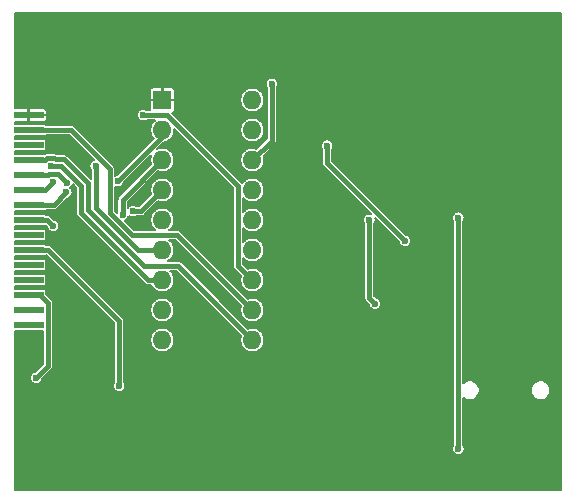
<source format=gbr>
G04 #@! TF.GenerationSoftware,KiCad,Pcbnew,(5.1.5)-3*
G04 #@! TF.CreationDate,2020-01-25T15:57:13+03:00*
G04 #@! TF.ProjectId,CASIO VX4 YM2413 Soundcard v1.1,43415349-4f20-4565-9834-20594d323431,rev?*
G04 #@! TF.SameCoordinates,Original*
G04 #@! TF.FileFunction,Copper,L2,Bot*
G04 #@! TF.FilePolarity,Positive*
%FSLAX46Y46*%
G04 Gerber Fmt 4.6, Leading zero omitted, Abs format (unit mm)*
G04 Created by KiCad (PCBNEW (5.1.5)-3) date 2020-01-25 15:57:13*
%MOMM*%
%LPD*%
G04 APERTURE LIST*
%ADD10R,2.540000X0.600000*%
%ADD11O,1.600000X1.600000*%
%ADD12R,1.600000X1.600000*%
%ADD13C,0.600000*%
%ADD14C,0.400000*%
%ADD15C,0.150000*%
G04 APERTURE END LIST*
D10*
X113665000Y-97790000D03*
X113665000Y-99060000D03*
X113665000Y-100330000D03*
X113665000Y-101600000D03*
X113665000Y-102870000D03*
X113665000Y-104140000D03*
X113665000Y-105410000D03*
X113665000Y-106680000D03*
X113665000Y-107950000D03*
X113665000Y-109220000D03*
X113665000Y-110490000D03*
X113665000Y-111760000D03*
X113665000Y-113030000D03*
X113665000Y-114300000D03*
X113665000Y-115570000D03*
D11*
X132588000Y-96520000D03*
X124968000Y-116840000D03*
X132588000Y-99060000D03*
X124968000Y-114300000D03*
X132588000Y-101600000D03*
X124968000Y-111760000D03*
X132588000Y-104140000D03*
X124968000Y-109220000D03*
X132588000Y-106680000D03*
X124968000Y-106680000D03*
X132588000Y-109220000D03*
X124968000Y-104140000D03*
X132588000Y-111760000D03*
X124968000Y-101600000D03*
X132588000Y-114300000D03*
X124968000Y-99060000D03*
X132588000Y-116840000D03*
D12*
X124968000Y-96520000D03*
D13*
X122148600Y-101498400D03*
X140487400Y-108686600D03*
X116509800Y-100304600D03*
X122072400Y-103530400D03*
X142969800Y-113749800D03*
X142501200Y-106663000D03*
X150042200Y-126056000D03*
X150042200Y-106467300D03*
X134241800Y-95150500D03*
X115736500Y-107163000D03*
X121606600Y-106245000D03*
X115520900Y-102091600D03*
X116867200Y-103520100D03*
X122479000Y-105915200D03*
X119332200Y-102075400D03*
X115735300Y-103480300D03*
X123341900Y-97790000D03*
X116861700Y-104339400D03*
X121208600Y-103394400D03*
X138926600Y-100371800D03*
X145515400Y-108446500D03*
X121315000Y-120719200D03*
X114300000Y-120040400D03*
D14*
X142501200Y-106663000D02*
X142501200Y-113281200D01*
X142501200Y-113281200D02*
X142969800Y-113749800D01*
X150042200Y-106467300D02*
X150042200Y-126056000D01*
X134241800Y-99946200D02*
X132588000Y-101600000D01*
X134241800Y-95150500D02*
X134241800Y-99946200D01*
X121606600Y-104961400D02*
X124968000Y-101600000D01*
X121606600Y-106245000D02*
X121606600Y-104961400D01*
X115253500Y-106680000D02*
X115736500Y-107163000D01*
X113665000Y-106680000D02*
X115253500Y-106680000D01*
X124968000Y-111760000D02*
X123768000Y-111760000D01*
X123768000Y-111760000D02*
X118096000Y-106088000D01*
X118096000Y-106088000D02*
X118096000Y-103776500D01*
X118096000Y-103776500D02*
X116411100Y-102091600D01*
X116411100Y-102091600D02*
X115520900Y-102091600D01*
X115335000Y-102870000D02*
X115420000Y-102785000D01*
X115420000Y-102785000D02*
X116132100Y-102785000D01*
X116132100Y-102785000D02*
X116867200Y-103520100D01*
X113665000Y-102870000D02*
X115335000Y-102870000D01*
X124968000Y-104140000D02*
X123192800Y-105915200D01*
X123192800Y-105915200D02*
X122479000Y-105915200D01*
X119332200Y-102075400D02*
X119332200Y-105675800D01*
X119332200Y-105675800D02*
X122876400Y-109220000D01*
X122876400Y-109220000D02*
X123768000Y-109220000D01*
X124968000Y-109220000D02*
X123768000Y-109220000D01*
X115075600Y-104140000D02*
X113665000Y-104140000D01*
X115735300Y-103480300D02*
X115075600Y-104140000D01*
X131388000Y-103799700D02*
X131388000Y-110560000D01*
X125378100Y-97789800D02*
X131388000Y-103799700D01*
X123341900Y-97790000D02*
X125377900Y-97790000D01*
X131388000Y-110560000D02*
X132588000Y-111760000D01*
X125377900Y-97790000D02*
X125378100Y-97789800D01*
X126238000Y-107950000D02*
X132588000Y-114300000D01*
X113665000Y-99060000D02*
X117248400Y-99060000D01*
X117248400Y-99060000D02*
X120513300Y-102324900D01*
X120513300Y-102324900D02*
X120513300Y-106078700D01*
X120513300Y-106078700D02*
X122384600Y-107950000D01*
X122384600Y-107950000D02*
X126238000Y-107950000D01*
X116861700Y-104339400D02*
X115791100Y-105410000D01*
X115791100Y-105410000D02*
X113665000Y-105410000D01*
X124968000Y-99635000D02*
X124968000Y-99060000D01*
X121208600Y-103394400D02*
X124968000Y-99635000D01*
X123408900Y-110550300D02*
X126298300Y-110550300D01*
X126298300Y-110550300D02*
X132588000Y-116840000D01*
X118646010Y-103548679D02*
X118646010Y-105787410D01*
X116638921Y-101541590D02*
X118646010Y-103548679D01*
X118646010Y-105787410D02*
X123408900Y-110550300D01*
X115050498Y-101600000D02*
X115208899Y-101441599D01*
X115832901Y-101441599D02*
X115932892Y-101541590D01*
X113665000Y-101600000D02*
X115050498Y-101600000D01*
X115208899Y-101441599D02*
X115832901Y-101441599D01*
X115932892Y-101541590D02*
X116638921Y-101541590D01*
X145515400Y-108446500D02*
X138926600Y-101857700D01*
X138926600Y-101857700D02*
X138926600Y-100371800D01*
X115335000Y-109220000D02*
X121315000Y-115200000D01*
X121315000Y-115200000D02*
X121315000Y-120719200D01*
X113665000Y-109220000D02*
X115335000Y-109220000D01*
X114635000Y-113030000D02*
X115335000Y-113730000D01*
X113665000Y-113030000D02*
X114635000Y-113030000D01*
X115335000Y-113730000D02*
X115335000Y-119005400D01*
X115335000Y-119005400D02*
X114300000Y-120040400D01*
D15*
G36*
X158754001Y-129544000D02*
G01*
X112518000Y-129544000D01*
X112518000Y-116096088D01*
X114910000Y-116096088D01*
X114910001Y-118829358D01*
X114217918Y-119521442D01*
X114146863Y-119535576D01*
X114051319Y-119575151D01*
X113965332Y-119632606D01*
X113892206Y-119705732D01*
X113834751Y-119791719D01*
X113795176Y-119887263D01*
X113775000Y-119988692D01*
X113775000Y-120092108D01*
X113795176Y-120193537D01*
X113834751Y-120289081D01*
X113892206Y-120375068D01*
X113965332Y-120448194D01*
X114051319Y-120505649D01*
X114146863Y-120545224D01*
X114248292Y-120565400D01*
X114351708Y-120565400D01*
X114453137Y-120545224D01*
X114548681Y-120505649D01*
X114634668Y-120448194D01*
X114707794Y-120375068D01*
X114765249Y-120289081D01*
X114804824Y-120193537D01*
X114818958Y-120122482D01*
X115620762Y-119320679D01*
X115636974Y-119307374D01*
X115690084Y-119242660D01*
X115729548Y-119168827D01*
X115753850Y-119088714D01*
X115760000Y-119026274D01*
X115760000Y-119026268D01*
X115762055Y-119005401D01*
X115760000Y-118984534D01*
X115760000Y-113750866D01*
X115762055Y-113729999D01*
X115760000Y-113709132D01*
X115760000Y-113709126D01*
X115753850Y-113646686D01*
X115729548Y-113566573D01*
X115690084Y-113492740D01*
X115636974Y-113428026D01*
X115620763Y-113414722D01*
X115161088Y-112955048D01*
X115161088Y-112730000D01*
X115156744Y-112685892D01*
X115143878Y-112643480D01*
X115122985Y-112604392D01*
X115094868Y-112570132D01*
X115060608Y-112542015D01*
X115021520Y-112521122D01*
X114979108Y-112508256D01*
X114935000Y-112503912D01*
X112518000Y-112503912D01*
X112518000Y-112286088D01*
X114935000Y-112286088D01*
X114979108Y-112281744D01*
X115021520Y-112268878D01*
X115060608Y-112247985D01*
X115094868Y-112219868D01*
X115122985Y-112185608D01*
X115143878Y-112146520D01*
X115156744Y-112104108D01*
X115161088Y-112060000D01*
X115161088Y-111460000D01*
X115156744Y-111415892D01*
X115143878Y-111373480D01*
X115122985Y-111334392D01*
X115094868Y-111300132D01*
X115060608Y-111272015D01*
X115021520Y-111251122D01*
X114979108Y-111238256D01*
X114935000Y-111233912D01*
X112518000Y-111233912D01*
X112518000Y-111016088D01*
X114935000Y-111016088D01*
X114979108Y-111011744D01*
X115021520Y-110998878D01*
X115060608Y-110977985D01*
X115094868Y-110949868D01*
X115122985Y-110915608D01*
X115143878Y-110876520D01*
X115156744Y-110834108D01*
X115161088Y-110790000D01*
X115161088Y-110190000D01*
X115156744Y-110145892D01*
X115143878Y-110103480D01*
X115122985Y-110064392D01*
X115094868Y-110030132D01*
X115060608Y-110002015D01*
X115021520Y-109981122D01*
X114979108Y-109968256D01*
X114935000Y-109963912D01*
X112518000Y-109963912D01*
X112518000Y-109746088D01*
X114935000Y-109746088D01*
X114979108Y-109741744D01*
X115021520Y-109728878D01*
X115060608Y-109707985D01*
X115094868Y-109679868D01*
X115122985Y-109645608D01*
X115123310Y-109645000D01*
X115158960Y-109645000D01*
X120890000Y-115376041D01*
X120890001Y-120410281D01*
X120849751Y-120470519D01*
X120810176Y-120566063D01*
X120790000Y-120667492D01*
X120790000Y-120770908D01*
X120810176Y-120872337D01*
X120849751Y-120967881D01*
X120907206Y-121053868D01*
X120980332Y-121126994D01*
X121066319Y-121184449D01*
X121161863Y-121224024D01*
X121263292Y-121244200D01*
X121366708Y-121244200D01*
X121468137Y-121224024D01*
X121563681Y-121184449D01*
X121649668Y-121126994D01*
X121722794Y-121053868D01*
X121780249Y-120967881D01*
X121819824Y-120872337D01*
X121840000Y-120770908D01*
X121840000Y-120667492D01*
X121819824Y-120566063D01*
X121780249Y-120470519D01*
X121740000Y-120410282D01*
X121740000Y-116739046D01*
X123943000Y-116739046D01*
X123943000Y-116940954D01*
X123982390Y-117138982D01*
X124059656Y-117325520D01*
X124171830Y-117493400D01*
X124314600Y-117636170D01*
X124482480Y-117748344D01*
X124669018Y-117825610D01*
X124867046Y-117865000D01*
X125068954Y-117865000D01*
X125266982Y-117825610D01*
X125453520Y-117748344D01*
X125621400Y-117636170D01*
X125764170Y-117493400D01*
X125876344Y-117325520D01*
X125953610Y-117138982D01*
X125993000Y-116940954D01*
X125993000Y-116739046D01*
X125953610Y-116541018D01*
X125876344Y-116354480D01*
X125764170Y-116186600D01*
X125621400Y-116043830D01*
X125453520Y-115931656D01*
X125266982Y-115854390D01*
X125068954Y-115815000D01*
X124867046Y-115815000D01*
X124669018Y-115854390D01*
X124482480Y-115931656D01*
X124314600Y-116043830D01*
X124171830Y-116186600D01*
X124059656Y-116354480D01*
X123982390Y-116541018D01*
X123943000Y-116739046D01*
X121740000Y-116739046D01*
X121740000Y-115220866D01*
X121742055Y-115199999D01*
X121740000Y-115179132D01*
X121740000Y-115179126D01*
X121733850Y-115116686D01*
X121709548Y-115036573D01*
X121670084Y-114962740D01*
X121616974Y-114898026D01*
X121600763Y-114884722D01*
X120915087Y-114199046D01*
X123943000Y-114199046D01*
X123943000Y-114400954D01*
X123982390Y-114598982D01*
X124059656Y-114785520D01*
X124171830Y-114953400D01*
X124314600Y-115096170D01*
X124482480Y-115208344D01*
X124669018Y-115285610D01*
X124867046Y-115325000D01*
X125068954Y-115325000D01*
X125266982Y-115285610D01*
X125453520Y-115208344D01*
X125621400Y-115096170D01*
X125764170Y-114953400D01*
X125876344Y-114785520D01*
X125953610Y-114598982D01*
X125993000Y-114400954D01*
X125993000Y-114199046D01*
X125953610Y-114001018D01*
X125876344Y-113814480D01*
X125764170Y-113646600D01*
X125621400Y-113503830D01*
X125453520Y-113391656D01*
X125266982Y-113314390D01*
X125068954Y-113275000D01*
X124867046Y-113275000D01*
X124669018Y-113314390D01*
X124482480Y-113391656D01*
X124314600Y-113503830D01*
X124171830Y-113646600D01*
X124059656Y-113814480D01*
X123982390Y-114001018D01*
X123943000Y-114199046D01*
X120915087Y-114199046D01*
X115650284Y-108934244D01*
X115636974Y-108918026D01*
X115572260Y-108864916D01*
X115498427Y-108825452D01*
X115418314Y-108801150D01*
X115355874Y-108795000D01*
X115355867Y-108795000D01*
X115335000Y-108792945D01*
X115314133Y-108795000D01*
X115123310Y-108795000D01*
X115122985Y-108794392D01*
X115094868Y-108760132D01*
X115060608Y-108732015D01*
X115021520Y-108711122D01*
X114979108Y-108698256D01*
X114935000Y-108693912D01*
X112518000Y-108693912D01*
X112518000Y-108476088D01*
X114935000Y-108476088D01*
X114979108Y-108471744D01*
X115021520Y-108458878D01*
X115060608Y-108437985D01*
X115094868Y-108409868D01*
X115122985Y-108375608D01*
X115143878Y-108336520D01*
X115156744Y-108294108D01*
X115161088Y-108250000D01*
X115161088Y-107650000D01*
X115156744Y-107605892D01*
X115143878Y-107563480D01*
X115122985Y-107524392D01*
X115094868Y-107490132D01*
X115060608Y-107462015D01*
X115021520Y-107441122D01*
X114979108Y-107428256D01*
X114935000Y-107423912D01*
X112518000Y-107423912D01*
X112518000Y-107206088D01*
X114935000Y-107206088D01*
X114979108Y-107201744D01*
X115021520Y-107188878D01*
X115060608Y-107167985D01*
X115094868Y-107139868D01*
X115102738Y-107130278D01*
X115217542Y-107245083D01*
X115231676Y-107316137D01*
X115271251Y-107411681D01*
X115328706Y-107497668D01*
X115401832Y-107570794D01*
X115487819Y-107628249D01*
X115583363Y-107667824D01*
X115684792Y-107688000D01*
X115788208Y-107688000D01*
X115889637Y-107667824D01*
X115985181Y-107628249D01*
X116071168Y-107570794D01*
X116144294Y-107497668D01*
X116201749Y-107411681D01*
X116241324Y-107316137D01*
X116261500Y-107214708D01*
X116261500Y-107111292D01*
X116241324Y-107009863D01*
X116201749Y-106914319D01*
X116144294Y-106828332D01*
X116071168Y-106755206D01*
X115985181Y-106697751D01*
X115889637Y-106658176D01*
X115818583Y-106644042D01*
X115568783Y-106394243D01*
X115555474Y-106378026D01*
X115490760Y-106324916D01*
X115416927Y-106285452D01*
X115336814Y-106261150D01*
X115274374Y-106255000D01*
X115274367Y-106255000D01*
X115253500Y-106252945D01*
X115232633Y-106255000D01*
X115123310Y-106255000D01*
X115122985Y-106254392D01*
X115094868Y-106220132D01*
X115060608Y-106192015D01*
X115021520Y-106171122D01*
X114979108Y-106158256D01*
X114935000Y-106153912D01*
X112518000Y-106153912D01*
X112518000Y-105936088D01*
X114935000Y-105936088D01*
X114979108Y-105931744D01*
X115021520Y-105918878D01*
X115060608Y-105897985D01*
X115094868Y-105869868D01*
X115122985Y-105835608D01*
X115123310Y-105835000D01*
X115770233Y-105835000D01*
X115791100Y-105837055D01*
X115811967Y-105835000D01*
X115811974Y-105835000D01*
X115874414Y-105828850D01*
X115954527Y-105804548D01*
X116028360Y-105765084D01*
X116093074Y-105711974D01*
X116106383Y-105695757D01*
X116943783Y-104858358D01*
X117014837Y-104844224D01*
X117110381Y-104804649D01*
X117196368Y-104747194D01*
X117269494Y-104674068D01*
X117326949Y-104588081D01*
X117366524Y-104492537D01*
X117386700Y-104391108D01*
X117386700Y-104287692D01*
X117366524Y-104186263D01*
X117326949Y-104090719D01*
X117269494Y-104004732D01*
X117196368Y-103931606D01*
X117196340Y-103931588D01*
X117201868Y-103927894D01*
X117274994Y-103854768D01*
X117332449Y-103768781D01*
X117372024Y-103673237D01*
X117375288Y-103656829D01*
X117671001Y-103952542D01*
X117671000Y-106067133D01*
X117668945Y-106088000D01*
X117671000Y-106108867D01*
X117671000Y-106108873D01*
X117677150Y-106171313D01*
X117701452Y-106251426D01*
X117740916Y-106325259D01*
X117794026Y-106389974D01*
X117810244Y-106403284D01*
X123452721Y-112045762D01*
X123466026Y-112061974D01*
X123530740Y-112115084D01*
X123604573Y-112154548D01*
X123660383Y-112171478D01*
X123684685Y-112178850D01*
X123693098Y-112179679D01*
X123747126Y-112185000D01*
X123747132Y-112185000D01*
X123767999Y-112187055D01*
X123788866Y-112185000D01*
X124034588Y-112185000D01*
X124059656Y-112245520D01*
X124171830Y-112413400D01*
X124314600Y-112556170D01*
X124482480Y-112668344D01*
X124669018Y-112745610D01*
X124867046Y-112785000D01*
X125068954Y-112785000D01*
X125266982Y-112745610D01*
X125453520Y-112668344D01*
X125621400Y-112556170D01*
X125764170Y-112413400D01*
X125876344Y-112245520D01*
X125953610Y-112058982D01*
X125993000Y-111860954D01*
X125993000Y-111659046D01*
X125953610Y-111461018D01*
X125876344Y-111274480D01*
X125764170Y-111106600D01*
X125632870Y-110975300D01*
X126122260Y-110975300D01*
X131627458Y-116480499D01*
X131602390Y-116541018D01*
X131563000Y-116739046D01*
X131563000Y-116940954D01*
X131602390Y-117138982D01*
X131679656Y-117325520D01*
X131791830Y-117493400D01*
X131934600Y-117636170D01*
X132102480Y-117748344D01*
X132289018Y-117825610D01*
X132487046Y-117865000D01*
X132688954Y-117865000D01*
X132886982Y-117825610D01*
X133073520Y-117748344D01*
X133241400Y-117636170D01*
X133384170Y-117493400D01*
X133496344Y-117325520D01*
X133573610Y-117138982D01*
X133613000Y-116940954D01*
X133613000Y-116739046D01*
X133573610Y-116541018D01*
X133496344Y-116354480D01*
X133384170Y-116186600D01*
X133241400Y-116043830D01*
X133073520Y-115931656D01*
X132886982Y-115854390D01*
X132688954Y-115815000D01*
X132487046Y-115815000D01*
X132289018Y-115854390D01*
X132228499Y-115879458D01*
X126613584Y-110264544D01*
X126600274Y-110248326D01*
X126535560Y-110195216D01*
X126461727Y-110155752D01*
X126381614Y-110131450D01*
X126319174Y-110125300D01*
X126319167Y-110125300D01*
X126298300Y-110123245D01*
X126277433Y-110125300D01*
X125458076Y-110125300D01*
X125621400Y-110016170D01*
X125764170Y-109873400D01*
X125876344Y-109705520D01*
X125953610Y-109518982D01*
X125993000Y-109320954D01*
X125993000Y-109119046D01*
X125953610Y-108921018D01*
X125876344Y-108734480D01*
X125764170Y-108566600D01*
X125621400Y-108423830D01*
X125548321Y-108375000D01*
X126061960Y-108375000D01*
X131627458Y-113940499D01*
X131602390Y-114001018D01*
X131563000Y-114199046D01*
X131563000Y-114400954D01*
X131602390Y-114598982D01*
X131679656Y-114785520D01*
X131791830Y-114953400D01*
X131934600Y-115096170D01*
X132102480Y-115208344D01*
X132289018Y-115285610D01*
X132487046Y-115325000D01*
X132688954Y-115325000D01*
X132886982Y-115285610D01*
X133073520Y-115208344D01*
X133241400Y-115096170D01*
X133384170Y-114953400D01*
X133496344Y-114785520D01*
X133573610Y-114598982D01*
X133613000Y-114400954D01*
X133613000Y-114199046D01*
X133573610Y-114001018D01*
X133496344Y-113814480D01*
X133384170Y-113646600D01*
X133241400Y-113503830D01*
X133073520Y-113391656D01*
X132886982Y-113314390D01*
X132688954Y-113275000D01*
X132487046Y-113275000D01*
X132289018Y-113314390D01*
X132228499Y-113339458D01*
X126553284Y-107664244D01*
X126539974Y-107648026D01*
X126475260Y-107594916D01*
X126401427Y-107555452D01*
X126321314Y-107531150D01*
X126258874Y-107525000D01*
X126258867Y-107525000D01*
X126238000Y-107522945D01*
X126217133Y-107525000D01*
X125548321Y-107525000D01*
X125621400Y-107476170D01*
X125764170Y-107333400D01*
X125876344Y-107165520D01*
X125953610Y-106978982D01*
X125993000Y-106780954D01*
X125993000Y-106579046D01*
X125953610Y-106381018D01*
X125876344Y-106194480D01*
X125764170Y-106026600D01*
X125621400Y-105883830D01*
X125453520Y-105771656D01*
X125266982Y-105694390D01*
X125068954Y-105655000D01*
X124867046Y-105655000D01*
X124669018Y-105694390D01*
X124482480Y-105771656D01*
X124314600Y-105883830D01*
X124171830Y-106026600D01*
X124059656Y-106194480D01*
X123982390Y-106381018D01*
X123943000Y-106579046D01*
X123943000Y-106780954D01*
X123982390Y-106978982D01*
X124059656Y-107165520D01*
X124171830Y-107333400D01*
X124314600Y-107476170D01*
X124387679Y-107525000D01*
X122560641Y-107525000D01*
X121777929Y-106742289D01*
X121855281Y-106710249D01*
X121941268Y-106652794D01*
X122014394Y-106579668D01*
X122071849Y-106493681D01*
X122111424Y-106398137D01*
X122129351Y-106308013D01*
X122144332Y-106322994D01*
X122230319Y-106380449D01*
X122325863Y-106420024D01*
X122427292Y-106440200D01*
X122530708Y-106440200D01*
X122632137Y-106420024D01*
X122727681Y-106380449D01*
X122787918Y-106340200D01*
X123171933Y-106340200D01*
X123192800Y-106342255D01*
X123213667Y-106340200D01*
X123213674Y-106340200D01*
X123276114Y-106334050D01*
X123356227Y-106309748D01*
X123430060Y-106270284D01*
X123494774Y-106217174D01*
X123508083Y-106200957D01*
X124608498Y-105100542D01*
X124669018Y-105125610D01*
X124867046Y-105165000D01*
X125068954Y-105165000D01*
X125266982Y-105125610D01*
X125453520Y-105048344D01*
X125621400Y-104936170D01*
X125764170Y-104793400D01*
X125876344Y-104625520D01*
X125953610Y-104438982D01*
X125993000Y-104240954D01*
X125993000Y-104039046D01*
X125953610Y-103841018D01*
X125876344Y-103654480D01*
X125764170Y-103486600D01*
X125621400Y-103343830D01*
X125453520Y-103231656D01*
X125266982Y-103154390D01*
X125068954Y-103115000D01*
X124867046Y-103115000D01*
X124669018Y-103154390D01*
X124482480Y-103231656D01*
X124314600Y-103343830D01*
X124171830Y-103486600D01*
X124059656Y-103654480D01*
X123982390Y-103841018D01*
X123943000Y-104039046D01*
X123943000Y-104240954D01*
X123982390Y-104438982D01*
X124007458Y-104499502D01*
X123016760Y-105490200D01*
X122787918Y-105490200D01*
X122727681Y-105449951D01*
X122632137Y-105410376D01*
X122530708Y-105390200D01*
X122427292Y-105390200D01*
X122325863Y-105410376D01*
X122230319Y-105449951D01*
X122144332Y-105507406D01*
X122071206Y-105580532D01*
X122031600Y-105639806D01*
X122031600Y-105137440D01*
X124608499Y-102560542D01*
X124669018Y-102585610D01*
X124867046Y-102625000D01*
X125068954Y-102625000D01*
X125266982Y-102585610D01*
X125453520Y-102508344D01*
X125621400Y-102396170D01*
X125764170Y-102253400D01*
X125876344Y-102085520D01*
X125953610Y-101898982D01*
X125993000Y-101700954D01*
X125993000Y-101499046D01*
X125953610Y-101301018D01*
X125876344Y-101114480D01*
X125764170Y-100946600D01*
X125621400Y-100803830D01*
X125453520Y-100691656D01*
X125266982Y-100614390D01*
X125068954Y-100575000D01*
X124867046Y-100575000D01*
X124669018Y-100614390D01*
X124533530Y-100670510D01*
X125131478Y-100072563D01*
X125266982Y-100045610D01*
X125453520Y-99968344D01*
X125621400Y-99856170D01*
X125764170Y-99713400D01*
X125876344Y-99545520D01*
X125953610Y-99358982D01*
X125993000Y-99160954D01*
X125993000Y-99005740D01*
X130963000Y-103975741D01*
X130963001Y-110539123D01*
X130960945Y-110560000D01*
X130969150Y-110643314D01*
X130993453Y-110723427D01*
X131032917Y-110797260D01*
X131086027Y-110861974D01*
X131102239Y-110875279D01*
X131627458Y-111400498D01*
X131602390Y-111461018D01*
X131563000Y-111659046D01*
X131563000Y-111860954D01*
X131602390Y-112058982D01*
X131679656Y-112245520D01*
X131791830Y-112413400D01*
X131934600Y-112556170D01*
X132102480Y-112668344D01*
X132289018Y-112745610D01*
X132487046Y-112785000D01*
X132688954Y-112785000D01*
X132886982Y-112745610D01*
X133073520Y-112668344D01*
X133241400Y-112556170D01*
X133384170Y-112413400D01*
X133496344Y-112245520D01*
X133573610Y-112058982D01*
X133613000Y-111860954D01*
X133613000Y-111659046D01*
X133573610Y-111461018D01*
X133496344Y-111274480D01*
X133384170Y-111106600D01*
X133241400Y-110963830D01*
X133073520Y-110851656D01*
X132886982Y-110774390D01*
X132688954Y-110735000D01*
X132487046Y-110735000D01*
X132289018Y-110774390D01*
X132228498Y-110799458D01*
X131813000Y-110383960D01*
X131813000Y-109894570D01*
X131934600Y-110016170D01*
X132102480Y-110128344D01*
X132289018Y-110205610D01*
X132487046Y-110245000D01*
X132688954Y-110245000D01*
X132886982Y-110205610D01*
X133073520Y-110128344D01*
X133241400Y-110016170D01*
X133384170Y-109873400D01*
X133496344Y-109705520D01*
X133573610Y-109518982D01*
X133613000Y-109320954D01*
X133613000Y-109119046D01*
X133573610Y-108921018D01*
X133496344Y-108734480D01*
X133384170Y-108566600D01*
X133241400Y-108423830D01*
X133073520Y-108311656D01*
X132886982Y-108234390D01*
X132688954Y-108195000D01*
X132487046Y-108195000D01*
X132289018Y-108234390D01*
X132102480Y-108311656D01*
X131934600Y-108423830D01*
X131813000Y-108545430D01*
X131813000Y-107354570D01*
X131934600Y-107476170D01*
X132102480Y-107588344D01*
X132289018Y-107665610D01*
X132487046Y-107705000D01*
X132688954Y-107705000D01*
X132886982Y-107665610D01*
X133073520Y-107588344D01*
X133241400Y-107476170D01*
X133384170Y-107333400D01*
X133496344Y-107165520D01*
X133573610Y-106978982D01*
X133613000Y-106780954D01*
X133613000Y-106579046D01*
X133573610Y-106381018D01*
X133496344Y-106194480D01*
X133384170Y-106026600D01*
X133241400Y-105883830D01*
X133073520Y-105771656D01*
X132886982Y-105694390D01*
X132688954Y-105655000D01*
X132487046Y-105655000D01*
X132289018Y-105694390D01*
X132102480Y-105771656D01*
X131934600Y-105883830D01*
X131813000Y-106005430D01*
X131813000Y-104814570D01*
X131934600Y-104936170D01*
X132102480Y-105048344D01*
X132289018Y-105125610D01*
X132487046Y-105165000D01*
X132688954Y-105165000D01*
X132886982Y-105125610D01*
X133073520Y-105048344D01*
X133241400Y-104936170D01*
X133384170Y-104793400D01*
X133496344Y-104625520D01*
X133573610Y-104438982D01*
X133613000Y-104240954D01*
X133613000Y-104039046D01*
X133573610Y-103841018D01*
X133496344Y-103654480D01*
X133384170Y-103486600D01*
X133241400Y-103343830D01*
X133073520Y-103231656D01*
X132886982Y-103154390D01*
X132688954Y-103115000D01*
X132487046Y-103115000D01*
X132289018Y-103154390D01*
X132102480Y-103231656D01*
X131934600Y-103343830D01*
X131791830Y-103486600D01*
X131742021Y-103561145D01*
X131689974Y-103497726D01*
X131673763Y-103484422D01*
X129688387Y-101499046D01*
X131563000Y-101499046D01*
X131563000Y-101700954D01*
X131602390Y-101898982D01*
X131679656Y-102085520D01*
X131791830Y-102253400D01*
X131934600Y-102396170D01*
X132102480Y-102508344D01*
X132289018Y-102585610D01*
X132487046Y-102625000D01*
X132688954Y-102625000D01*
X132886982Y-102585610D01*
X133073520Y-102508344D01*
X133241400Y-102396170D01*
X133384170Y-102253400D01*
X133496344Y-102085520D01*
X133573610Y-101898982D01*
X133613000Y-101700954D01*
X133613000Y-101499046D01*
X133573610Y-101301018D01*
X133548542Y-101240498D01*
X134468948Y-100320092D01*
X138401600Y-100320092D01*
X138401600Y-100423508D01*
X138421776Y-100524937D01*
X138461351Y-100620481D01*
X138501601Y-100680719D01*
X138501600Y-101836833D01*
X138499545Y-101857700D01*
X138501600Y-101878567D01*
X138501600Y-101878573D01*
X138507750Y-101941013D01*
X138532052Y-102021126D01*
X138571516Y-102094959D01*
X138624626Y-102159674D01*
X138640844Y-102172984D01*
X142619008Y-106151148D01*
X142552908Y-106138000D01*
X142449492Y-106138000D01*
X142348063Y-106158176D01*
X142252519Y-106197751D01*
X142166532Y-106255206D01*
X142093406Y-106328332D01*
X142035951Y-106414319D01*
X141996376Y-106509863D01*
X141976200Y-106611292D01*
X141976200Y-106714708D01*
X141996376Y-106816137D01*
X142035951Y-106911681D01*
X142076200Y-106971918D01*
X142076201Y-113260323D01*
X142074145Y-113281200D01*
X142082350Y-113364514D01*
X142100562Y-113424548D01*
X142106653Y-113444627D01*
X142146117Y-113518460D01*
X142162874Y-113538878D01*
X142185604Y-113566574D01*
X142199227Y-113583174D01*
X142215439Y-113596479D01*
X142450842Y-113831883D01*
X142464976Y-113902937D01*
X142504551Y-113998481D01*
X142562006Y-114084468D01*
X142635132Y-114157594D01*
X142721119Y-114215049D01*
X142816663Y-114254624D01*
X142918092Y-114274800D01*
X143021508Y-114274800D01*
X143122937Y-114254624D01*
X143218481Y-114215049D01*
X143304468Y-114157594D01*
X143377594Y-114084468D01*
X143435049Y-113998481D01*
X143474624Y-113902937D01*
X143494800Y-113801508D01*
X143494800Y-113698092D01*
X143474624Y-113596663D01*
X143435049Y-113501119D01*
X143377594Y-113415132D01*
X143304468Y-113342006D01*
X143218481Y-113284551D01*
X143122937Y-113244976D01*
X143051883Y-113230842D01*
X142926200Y-113105160D01*
X142926200Y-106971918D01*
X142966449Y-106911681D01*
X143006024Y-106816137D01*
X143026200Y-106714708D01*
X143026200Y-106611292D01*
X143013052Y-106545192D01*
X144996442Y-108528583D01*
X145010576Y-108599637D01*
X145050151Y-108695181D01*
X145107606Y-108781168D01*
X145180732Y-108854294D01*
X145266719Y-108911749D01*
X145362263Y-108951324D01*
X145463692Y-108971500D01*
X145567108Y-108971500D01*
X145668537Y-108951324D01*
X145764081Y-108911749D01*
X145850068Y-108854294D01*
X145923194Y-108781168D01*
X145980649Y-108695181D01*
X146020224Y-108599637D01*
X146040400Y-108498208D01*
X146040400Y-108394792D01*
X146020224Y-108293363D01*
X145980649Y-108197819D01*
X145923194Y-108111832D01*
X145850068Y-108038706D01*
X145764081Y-107981251D01*
X145668537Y-107941676D01*
X145597483Y-107927542D01*
X144085533Y-106415592D01*
X149517200Y-106415592D01*
X149517200Y-106519008D01*
X149537376Y-106620437D01*
X149576951Y-106715981D01*
X149617200Y-106776218D01*
X149617201Y-125747081D01*
X149576951Y-125807319D01*
X149537376Y-125902863D01*
X149517200Y-126004292D01*
X149517200Y-126107708D01*
X149537376Y-126209137D01*
X149576951Y-126304681D01*
X149634406Y-126390668D01*
X149707532Y-126463794D01*
X149793519Y-126521249D01*
X149889063Y-126560824D01*
X149990492Y-126581000D01*
X150093908Y-126581000D01*
X150195337Y-126560824D01*
X150290881Y-126521249D01*
X150376868Y-126463794D01*
X150449994Y-126390668D01*
X150507449Y-126304681D01*
X150547024Y-126209137D01*
X150567200Y-126107708D01*
X150567200Y-126004292D01*
X150547024Y-125902863D01*
X150507449Y-125807319D01*
X150467200Y-125747082D01*
X150467200Y-121703926D01*
X150485093Y-121721819D01*
X150620216Y-121812106D01*
X150770356Y-121874296D01*
X150929745Y-121906000D01*
X151092255Y-121906000D01*
X151251644Y-121874296D01*
X151401784Y-121812106D01*
X151536907Y-121721819D01*
X151651819Y-121606907D01*
X151742106Y-121471784D01*
X151804296Y-121321644D01*
X151836000Y-121162255D01*
X151836000Y-120999745D01*
X156186000Y-120999745D01*
X156186000Y-121162255D01*
X156217704Y-121321644D01*
X156279894Y-121471784D01*
X156370181Y-121606907D01*
X156485093Y-121721819D01*
X156620216Y-121812106D01*
X156770356Y-121874296D01*
X156929745Y-121906000D01*
X157092255Y-121906000D01*
X157251644Y-121874296D01*
X157401784Y-121812106D01*
X157536907Y-121721819D01*
X157651819Y-121606907D01*
X157742106Y-121471784D01*
X157804296Y-121321644D01*
X157836000Y-121162255D01*
X157836000Y-120999745D01*
X157804296Y-120840356D01*
X157742106Y-120690216D01*
X157651819Y-120555093D01*
X157536907Y-120440181D01*
X157401784Y-120349894D01*
X157251644Y-120287704D01*
X157092255Y-120256000D01*
X156929745Y-120256000D01*
X156770356Y-120287704D01*
X156620216Y-120349894D01*
X156485093Y-120440181D01*
X156370181Y-120555093D01*
X156279894Y-120690216D01*
X156217704Y-120840356D01*
X156186000Y-120999745D01*
X151836000Y-120999745D01*
X151804296Y-120840356D01*
X151742106Y-120690216D01*
X151651819Y-120555093D01*
X151536907Y-120440181D01*
X151401784Y-120349894D01*
X151251644Y-120287704D01*
X151092255Y-120256000D01*
X150929745Y-120256000D01*
X150770356Y-120287704D01*
X150620216Y-120349894D01*
X150485093Y-120440181D01*
X150467200Y-120458074D01*
X150467200Y-106776218D01*
X150507449Y-106715981D01*
X150547024Y-106620437D01*
X150567200Y-106519008D01*
X150567200Y-106415592D01*
X150547024Y-106314163D01*
X150507449Y-106218619D01*
X150449994Y-106132632D01*
X150376868Y-106059506D01*
X150290881Y-106002051D01*
X150195337Y-105962476D01*
X150093908Y-105942300D01*
X149990492Y-105942300D01*
X149889063Y-105962476D01*
X149793519Y-106002051D01*
X149707532Y-106059506D01*
X149634406Y-106132632D01*
X149576951Y-106218619D01*
X149537376Y-106314163D01*
X149517200Y-106415592D01*
X144085533Y-106415592D01*
X139351600Y-101681660D01*
X139351600Y-100680718D01*
X139391849Y-100620481D01*
X139431424Y-100524937D01*
X139451600Y-100423508D01*
X139451600Y-100320092D01*
X139431424Y-100218663D01*
X139391849Y-100123119D01*
X139334394Y-100037132D01*
X139261268Y-99964006D01*
X139175281Y-99906551D01*
X139079737Y-99866976D01*
X138978308Y-99846800D01*
X138874892Y-99846800D01*
X138773463Y-99866976D01*
X138677919Y-99906551D01*
X138591932Y-99964006D01*
X138518806Y-100037132D01*
X138461351Y-100123119D01*
X138421776Y-100218663D01*
X138401600Y-100320092D01*
X134468948Y-100320092D01*
X134527562Y-100261479D01*
X134543774Y-100248174D01*
X134596884Y-100183460D01*
X134636348Y-100109627D01*
X134660650Y-100029514D01*
X134666800Y-99967074D01*
X134666800Y-99967068D01*
X134668855Y-99946201D01*
X134666800Y-99925334D01*
X134666800Y-95459418D01*
X134707049Y-95399181D01*
X134746624Y-95303637D01*
X134766800Y-95202208D01*
X134766800Y-95098792D01*
X134746624Y-94997363D01*
X134707049Y-94901819D01*
X134649594Y-94815832D01*
X134576468Y-94742706D01*
X134490481Y-94685251D01*
X134394937Y-94645676D01*
X134293508Y-94625500D01*
X134190092Y-94625500D01*
X134088663Y-94645676D01*
X133993119Y-94685251D01*
X133907132Y-94742706D01*
X133834006Y-94815832D01*
X133776551Y-94901819D01*
X133736976Y-94997363D01*
X133716800Y-95098792D01*
X133716800Y-95202208D01*
X133736976Y-95303637D01*
X133776551Y-95399181D01*
X133816800Y-95459418D01*
X133816801Y-99770158D01*
X132947502Y-100639458D01*
X132886982Y-100614390D01*
X132688954Y-100575000D01*
X132487046Y-100575000D01*
X132289018Y-100614390D01*
X132102480Y-100691656D01*
X131934600Y-100803830D01*
X131791830Y-100946600D01*
X131679656Y-101114480D01*
X131602390Y-101301018D01*
X131563000Y-101499046D01*
X129688387Y-101499046D01*
X127148387Y-98959046D01*
X131563000Y-98959046D01*
X131563000Y-99160954D01*
X131602390Y-99358982D01*
X131679656Y-99545520D01*
X131791830Y-99713400D01*
X131934600Y-99856170D01*
X132102480Y-99968344D01*
X132289018Y-100045610D01*
X132487046Y-100085000D01*
X132688954Y-100085000D01*
X132886982Y-100045610D01*
X133073520Y-99968344D01*
X133241400Y-99856170D01*
X133384170Y-99713400D01*
X133496344Y-99545520D01*
X133573610Y-99358982D01*
X133613000Y-99160954D01*
X133613000Y-98959046D01*
X133573610Y-98761018D01*
X133496344Y-98574480D01*
X133384170Y-98406600D01*
X133241400Y-98263830D01*
X133073520Y-98151656D01*
X132886982Y-98074390D01*
X132688954Y-98035000D01*
X132487046Y-98035000D01*
X132289018Y-98074390D01*
X132102480Y-98151656D01*
X131934600Y-98263830D01*
X131791830Y-98406600D01*
X131679656Y-98574480D01*
X131602390Y-98761018D01*
X131563000Y-98959046D01*
X127148387Y-98959046D01*
X125784087Y-97594747D01*
X125821910Y-97591021D01*
X125873747Y-97575297D01*
X125921521Y-97549761D01*
X125963396Y-97515396D01*
X125997761Y-97473521D01*
X126023297Y-97425747D01*
X126039021Y-97373910D01*
X126044331Y-97320000D01*
X126043000Y-96613750D01*
X125974250Y-96545000D01*
X124993000Y-96545000D01*
X124993000Y-96565000D01*
X124943000Y-96565000D01*
X124943000Y-96545000D01*
X123961750Y-96545000D01*
X123893000Y-96613750D01*
X123891669Y-97320000D01*
X123896101Y-97365000D01*
X123650818Y-97365000D01*
X123590581Y-97324751D01*
X123495037Y-97285176D01*
X123393608Y-97265000D01*
X123290192Y-97265000D01*
X123188763Y-97285176D01*
X123093219Y-97324751D01*
X123007232Y-97382206D01*
X122934106Y-97455332D01*
X122876651Y-97541319D01*
X122837076Y-97636863D01*
X122816900Y-97738292D01*
X122816900Y-97841708D01*
X122837076Y-97943137D01*
X122876651Y-98038681D01*
X122934106Y-98124668D01*
X123007232Y-98197794D01*
X123093219Y-98255249D01*
X123188763Y-98294824D01*
X123290192Y-98315000D01*
X123393608Y-98315000D01*
X123495037Y-98294824D01*
X123590581Y-98255249D01*
X123650818Y-98215000D01*
X124387679Y-98215000D01*
X124314600Y-98263830D01*
X124171830Y-98406600D01*
X124059656Y-98574480D01*
X123982390Y-98761018D01*
X123943000Y-98959046D01*
X123943000Y-99160954D01*
X123982390Y-99358982D01*
X124059656Y-99545520D01*
X124171830Y-99713400D01*
X124230195Y-99771765D01*
X121126518Y-102875442D01*
X121055463Y-102889576D01*
X120959919Y-102929151D01*
X120938300Y-102943596D01*
X120938300Y-102345767D01*
X120940355Y-102324900D01*
X120938300Y-102304033D01*
X120938300Y-102304026D01*
X120932150Y-102241586D01*
X120923413Y-102212784D01*
X120907848Y-102161472D01*
X120889480Y-102127108D01*
X120868384Y-102087640D01*
X120815274Y-102022926D01*
X120799063Y-102009622D01*
X117563683Y-98774243D01*
X117550374Y-98758026D01*
X117485660Y-98704916D01*
X117411827Y-98665452D01*
X117331714Y-98641150D01*
X117269274Y-98635000D01*
X117269267Y-98635000D01*
X117248400Y-98632945D01*
X117227533Y-98635000D01*
X115123310Y-98635000D01*
X115122985Y-98634392D01*
X115094868Y-98600132D01*
X115060608Y-98572015D01*
X115021520Y-98551122D01*
X114979108Y-98538256D01*
X114935000Y-98533912D01*
X112518000Y-98533912D01*
X112518000Y-98366192D01*
X113571250Y-98365000D01*
X113640000Y-98296250D01*
X113640000Y-97815000D01*
X113690000Y-97815000D01*
X113690000Y-98296250D01*
X113758750Y-98365000D01*
X114935000Y-98366331D01*
X114988910Y-98361021D01*
X115040747Y-98345297D01*
X115088521Y-98319761D01*
X115130396Y-98285396D01*
X115164761Y-98243521D01*
X115190297Y-98195747D01*
X115206021Y-98143910D01*
X115211331Y-98090000D01*
X115210000Y-97883750D01*
X115141250Y-97815000D01*
X113690000Y-97815000D01*
X113640000Y-97815000D01*
X113620000Y-97815000D01*
X113620000Y-97765000D01*
X113640000Y-97765000D01*
X113640000Y-97283750D01*
X113690000Y-97283750D01*
X113690000Y-97765000D01*
X115141250Y-97765000D01*
X115210000Y-97696250D01*
X115211331Y-97490000D01*
X115206021Y-97436090D01*
X115190297Y-97384253D01*
X115164761Y-97336479D01*
X115130396Y-97294604D01*
X115088521Y-97260239D01*
X115040747Y-97234703D01*
X114988910Y-97218979D01*
X114935000Y-97213669D01*
X113758750Y-97215000D01*
X113690000Y-97283750D01*
X113640000Y-97283750D01*
X113571250Y-97215000D01*
X112518000Y-97213808D01*
X112518000Y-95720000D01*
X123891669Y-95720000D01*
X123893000Y-96426250D01*
X123961750Y-96495000D01*
X124943000Y-96495000D01*
X124943000Y-95513750D01*
X124993000Y-95513750D01*
X124993000Y-96495000D01*
X125974250Y-96495000D01*
X126043000Y-96426250D01*
X126043013Y-96419046D01*
X131563000Y-96419046D01*
X131563000Y-96620954D01*
X131602390Y-96818982D01*
X131679656Y-97005520D01*
X131791830Y-97173400D01*
X131934600Y-97316170D01*
X132102480Y-97428344D01*
X132289018Y-97505610D01*
X132487046Y-97545000D01*
X132688954Y-97545000D01*
X132886982Y-97505610D01*
X133073520Y-97428344D01*
X133241400Y-97316170D01*
X133384170Y-97173400D01*
X133496344Y-97005520D01*
X133573610Y-96818982D01*
X133613000Y-96620954D01*
X133613000Y-96419046D01*
X133573610Y-96221018D01*
X133496344Y-96034480D01*
X133384170Y-95866600D01*
X133241400Y-95723830D01*
X133073520Y-95611656D01*
X132886982Y-95534390D01*
X132688954Y-95495000D01*
X132487046Y-95495000D01*
X132289018Y-95534390D01*
X132102480Y-95611656D01*
X131934600Y-95723830D01*
X131791830Y-95866600D01*
X131679656Y-96034480D01*
X131602390Y-96221018D01*
X131563000Y-96419046D01*
X126043013Y-96419046D01*
X126044331Y-95720000D01*
X126039021Y-95666090D01*
X126023297Y-95614253D01*
X125997761Y-95566479D01*
X125963396Y-95524604D01*
X125921521Y-95490239D01*
X125873747Y-95464703D01*
X125821910Y-95448979D01*
X125768000Y-95443669D01*
X125061750Y-95445000D01*
X124993000Y-95513750D01*
X124943000Y-95513750D01*
X124874250Y-95445000D01*
X124168000Y-95443669D01*
X124114090Y-95448979D01*
X124062253Y-95464703D01*
X124014479Y-95490239D01*
X123972604Y-95524604D01*
X123938239Y-95566479D01*
X123912703Y-95614253D01*
X123896979Y-95666090D01*
X123891669Y-95720000D01*
X112518000Y-95720000D01*
X112518000Y-89150000D01*
X158754000Y-89150000D01*
X158754001Y-129544000D01*
G37*
X158754001Y-129544000D02*
X112518000Y-129544000D01*
X112518000Y-116096088D01*
X114910000Y-116096088D01*
X114910001Y-118829358D01*
X114217918Y-119521442D01*
X114146863Y-119535576D01*
X114051319Y-119575151D01*
X113965332Y-119632606D01*
X113892206Y-119705732D01*
X113834751Y-119791719D01*
X113795176Y-119887263D01*
X113775000Y-119988692D01*
X113775000Y-120092108D01*
X113795176Y-120193537D01*
X113834751Y-120289081D01*
X113892206Y-120375068D01*
X113965332Y-120448194D01*
X114051319Y-120505649D01*
X114146863Y-120545224D01*
X114248292Y-120565400D01*
X114351708Y-120565400D01*
X114453137Y-120545224D01*
X114548681Y-120505649D01*
X114634668Y-120448194D01*
X114707794Y-120375068D01*
X114765249Y-120289081D01*
X114804824Y-120193537D01*
X114818958Y-120122482D01*
X115620762Y-119320679D01*
X115636974Y-119307374D01*
X115690084Y-119242660D01*
X115729548Y-119168827D01*
X115753850Y-119088714D01*
X115760000Y-119026274D01*
X115760000Y-119026268D01*
X115762055Y-119005401D01*
X115760000Y-118984534D01*
X115760000Y-113750866D01*
X115762055Y-113729999D01*
X115760000Y-113709132D01*
X115760000Y-113709126D01*
X115753850Y-113646686D01*
X115729548Y-113566573D01*
X115690084Y-113492740D01*
X115636974Y-113428026D01*
X115620763Y-113414722D01*
X115161088Y-112955048D01*
X115161088Y-112730000D01*
X115156744Y-112685892D01*
X115143878Y-112643480D01*
X115122985Y-112604392D01*
X115094868Y-112570132D01*
X115060608Y-112542015D01*
X115021520Y-112521122D01*
X114979108Y-112508256D01*
X114935000Y-112503912D01*
X112518000Y-112503912D01*
X112518000Y-112286088D01*
X114935000Y-112286088D01*
X114979108Y-112281744D01*
X115021520Y-112268878D01*
X115060608Y-112247985D01*
X115094868Y-112219868D01*
X115122985Y-112185608D01*
X115143878Y-112146520D01*
X115156744Y-112104108D01*
X115161088Y-112060000D01*
X115161088Y-111460000D01*
X115156744Y-111415892D01*
X115143878Y-111373480D01*
X115122985Y-111334392D01*
X115094868Y-111300132D01*
X115060608Y-111272015D01*
X115021520Y-111251122D01*
X114979108Y-111238256D01*
X114935000Y-111233912D01*
X112518000Y-111233912D01*
X112518000Y-111016088D01*
X114935000Y-111016088D01*
X114979108Y-111011744D01*
X115021520Y-110998878D01*
X115060608Y-110977985D01*
X115094868Y-110949868D01*
X115122985Y-110915608D01*
X115143878Y-110876520D01*
X115156744Y-110834108D01*
X115161088Y-110790000D01*
X115161088Y-110190000D01*
X115156744Y-110145892D01*
X115143878Y-110103480D01*
X115122985Y-110064392D01*
X115094868Y-110030132D01*
X115060608Y-110002015D01*
X115021520Y-109981122D01*
X114979108Y-109968256D01*
X114935000Y-109963912D01*
X112518000Y-109963912D01*
X112518000Y-109746088D01*
X114935000Y-109746088D01*
X114979108Y-109741744D01*
X115021520Y-109728878D01*
X115060608Y-109707985D01*
X115094868Y-109679868D01*
X115122985Y-109645608D01*
X115123310Y-109645000D01*
X115158960Y-109645000D01*
X120890000Y-115376041D01*
X120890001Y-120410281D01*
X120849751Y-120470519D01*
X120810176Y-120566063D01*
X120790000Y-120667492D01*
X120790000Y-120770908D01*
X120810176Y-120872337D01*
X120849751Y-120967881D01*
X120907206Y-121053868D01*
X120980332Y-121126994D01*
X121066319Y-121184449D01*
X121161863Y-121224024D01*
X121263292Y-121244200D01*
X121366708Y-121244200D01*
X121468137Y-121224024D01*
X121563681Y-121184449D01*
X121649668Y-121126994D01*
X121722794Y-121053868D01*
X121780249Y-120967881D01*
X121819824Y-120872337D01*
X121840000Y-120770908D01*
X121840000Y-120667492D01*
X121819824Y-120566063D01*
X121780249Y-120470519D01*
X121740000Y-120410282D01*
X121740000Y-116739046D01*
X123943000Y-116739046D01*
X123943000Y-116940954D01*
X123982390Y-117138982D01*
X124059656Y-117325520D01*
X124171830Y-117493400D01*
X124314600Y-117636170D01*
X124482480Y-117748344D01*
X124669018Y-117825610D01*
X124867046Y-117865000D01*
X125068954Y-117865000D01*
X125266982Y-117825610D01*
X125453520Y-117748344D01*
X125621400Y-117636170D01*
X125764170Y-117493400D01*
X125876344Y-117325520D01*
X125953610Y-117138982D01*
X125993000Y-116940954D01*
X125993000Y-116739046D01*
X125953610Y-116541018D01*
X125876344Y-116354480D01*
X125764170Y-116186600D01*
X125621400Y-116043830D01*
X125453520Y-115931656D01*
X125266982Y-115854390D01*
X125068954Y-115815000D01*
X124867046Y-115815000D01*
X124669018Y-115854390D01*
X124482480Y-115931656D01*
X124314600Y-116043830D01*
X124171830Y-116186600D01*
X124059656Y-116354480D01*
X123982390Y-116541018D01*
X123943000Y-116739046D01*
X121740000Y-116739046D01*
X121740000Y-115220866D01*
X121742055Y-115199999D01*
X121740000Y-115179132D01*
X121740000Y-115179126D01*
X121733850Y-115116686D01*
X121709548Y-115036573D01*
X121670084Y-114962740D01*
X121616974Y-114898026D01*
X121600763Y-114884722D01*
X120915087Y-114199046D01*
X123943000Y-114199046D01*
X123943000Y-114400954D01*
X123982390Y-114598982D01*
X124059656Y-114785520D01*
X124171830Y-114953400D01*
X124314600Y-115096170D01*
X124482480Y-115208344D01*
X124669018Y-115285610D01*
X124867046Y-115325000D01*
X125068954Y-115325000D01*
X125266982Y-115285610D01*
X125453520Y-115208344D01*
X125621400Y-115096170D01*
X125764170Y-114953400D01*
X125876344Y-114785520D01*
X125953610Y-114598982D01*
X125993000Y-114400954D01*
X125993000Y-114199046D01*
X125953610Y-114001018D01*
X125876344Y-113814480D01*
X125764170Y-113646600D01*
X125621400Y-113503830D01*
X125453520Y-113391656D01*
X125266982Y-113314390D01*
X125068954Y-113275000D01*
X124867046Y-113275000D01*
X124669018Y-113314390D01*
X124482480Y-113391656D01*
X124314600Y-113503830D01*
X124171830Y-113646600D01*
X124059656Y-113814480D01*
X123982390Y-114001018D01*
X123943000Y-114199046D01*
X120915087Y-114199046D01*
X115650284Y-108934244D01*
X115636974Y-108918026D01*
X115572260Y-108864916D01*
X115498427Y-108825452D01*
X115418314Y-108801150D01*
X115355874Y-108795000D01*
X115355867Y-108795000D01*
X115335000Y-108792945D01*
X115314133Y-108795000D01*
X115123310Y-108795000D01*
X115122985Y-108794392D01*
X115094868Y-108760132D01*
X115060608Y-108732015D01*
X115021520Y-108711122D01*
X114979108Y-108698256D01*
X114935000Y-108693912D01*
X112518000Y-108693912D01*
X112518000Y-108476088D01*
X114935000Y-108476088D01*
X114979108Y-108471744D01*
X115021520Y-108458878D01*
X115060608Y-108437985D01*
X115094868Y-108409868D01*
X115122985Y-108375608D01*
X115143878Y-108336520D01*
X115156744Y-108294108D01*
X115161088Y-108250000D01*
X115161088Y-107650000D01*
X115156744Y-107605892D01*
X115143878Y-107563480D01*
X115122985Y-107524392D01*
X115094868Y-107490132D01*
X115060608Y-107462015D01*
X115021520Y-107441122D01*
X114979108Y-107428256D01*
X114935000Y-107423912D01*
X112518000Y-107423912D01*
X112518000Y-107206088D01*
X114935000Y-107206088D01*
X114979108Y-107201744D01*
X115021520Y-107188878D01*
X115060608Y-107167985D01*
X115094868Y-107139868D01*
X115102738Y-107130278D01*
X115217542Y-107245083D01*
X115231676Y-107316137D01*
X115271251Y-107411681D01*
X115328706Y-107497668D01*
X115401832Y-107570794D01*
X115487819Y-107628249D01*
X115583363Y-107667824D01*
X115684792Y-107688000D01*
X115788208Y-107688000D01*
X115889637Y-107667824D01*
X115985181Y-107628249D01*
X116071168Y-107570794D01*
X116144294Y-107497668D01*
X116201749Y-107411681D01*
X116241324Y-107316137D01*
X116261500Y-107214708D01*
X116261500Y-107111292D01*
X116241324Y-107009863D01*
X116201749Y-106914319D01*
X116144294Y-106828332D01*
X116071168Y-106755206D01*
X115985181Y-106697751D01*
X115889637Y-106658176D01*
X115818583Y-106644042D01*
X115568783Y-106394243D01*
X115555474Y-106378026D01*
X115490760Y-106324916D01*
X115416927Y-106285452D01*
X115336814Y-106261150D01*
X115274374Y-106255000D01*
X115274367Y-106255000D01*
X115253500Y-106252945D01*
X115232633Y-106255000D01*
X115123310Y-106255000D01*
X115122985Y-106254392D01*
X115094868Y-106220132D01*
X115060608Y-106192015D01*
X115021520Y-106171122D01*
X114979108Y-106158256D01*
X114935000Y-106153912D01*
X112518000Y-106153912D01*
X112518000Y-105936088D01*
X114935000Y-105936088D01*
X114979108Y-105931744D01*
X115021520Y-105918878D01*
X115060608Y-105897985D01*
X115094868Y-105869868D01*
X115122985Y-105835608D01*
X115123310Y-105835000D01*
X115770233Y-105835000D01*
X115791100Y-105837055D01*
X115811967Y-105835000D01*
X115811974Y-105835000D01*
X115874414Y-105828850D01*
X115954527Y-105804548D01*
X116028360Y-105765084D01*
X116093074Y-105711974D01*
X116106383Y-105695757D01*
X116943783Y-104858358D01*
X117014837Y-104844224D01*
X117110381Y-104804649D01*
X117196368Y-104747194D01*
X117269494Y-104674068D01*
X117326949Y-104588081D01*
X117366524Y-104492537D01*
X117386700Y-104391108D01*
X117386700Y-104287692D01*
X117366524Y-104186263D01*
X117326949Y-104090719D01*
X117269494Y-104004732D01*
X117196368Y-103931606D01*
X117196340Y-103931588D01*
X117201868Y-103927894D01*
X117274994Y-103854768D01*
X117332449Y-103768781D01*
X117372024Y-103673237D01*
X117375288Y-103656829D01*
X117671001Y-103952542D01*
X117671000Y-106067133D01*
X117668945Y-106088000D01*
X117671000Y-106108867D01*
X117671000Y-106108873D01*
X117677150Y-106171313D01*
X117701452Y-106251426D01*
X117740916Y-106325259D01*
X117794026Y-106389974D01*
X117810244Y-106403284D01*
X123452721Y-112045762D01*
X123466026Y-112061974D01*
X123530740Y-112115084D01*
X123604573Y-112154548D01*
X123660383Y-112171478D01*
X123684685Y-112178850D01*
X123693098Y-112179679D01*
X123747126Y-112185000D01*
X123747132Y-112185000D01*
X123767999Y-112187055D01*
X123788866Y-112185000D01*
X124034588Y-112185000D01*
X124059656Y-112245520D01*
X124171830Y-112413400D01*
X124314600Y-112556170D01*
X124482480Y-112668344D01*
X124669018Y-112745610D01*
X124867046Y-112785000D01*
X125068954Y-112785000D01*
X125266982Y-112745610D01*
X125453520Y-112668344D01*
X125621400Y-112556170D01*
X125764170Y-112413400D01*
X125876344Y-112245520D01*
X125953610Y-112058982D01*
X125993000Y-111860954D01*
X125993000Y-111659046D01*
X125953610Y-111461018D01*
X125876344Y-111274480D01*
X125764170Y-111106600D01*
X125632870Y-110975300D01*
X126122260Y-110975300D01*
X131627458Y-116480499D01*
X131602390Y-116541018D01*
X131563000Y-116739046D01*
X131563000Y-116940954D01*
X131602390Y-117138982D01*
X131679656Y-117325520D01*
X131791830Y-117493400D01*
X131934600Y-117636170D01*
X132102480Y-117748344D01*
X132289018Y-117825610D01*
X132487046Y-117865000D01*
X132688954Y-117865000D01*
X132886982Y-117825610D01*
X133073520Y-117748344D01*
X133241400Y-117636170D01*
X133384170Y-117493400D01*
X133496344Y-117325520D01*
X133573610Y-117138982D01*
X133613000Y-116940954D01*
X133613000Y-116739046D01*
X133573610Y-116541018D01*
X133496344Y-116354480D01*
X133384170Y-116186600D01*
X133241400Y-116043830D01*
X133073520Y-115931656D01*
X132886982Y-115854390D01*
X132688954Y-115815000D01*
X132487046Y-115815000D01*
X132289018Y-115854390D01*
X132228499Y-115879458D01*
X126613584Y-110264544D01*
X126600274Y-110248326D01*
X126535560Y-110195216D01*
X126461727Y-110155752D01*
X126381614Y-110131450D01*
X126319174Y-110125300D01*
X126319167Y-110125300D01*
X126298300Y-110123245D01*
X126277433Y-110125300D01*
X125458076Y-110125300D01*
X125621400Y-110016170D01*
X125764170Y-109873400D01*
X125876344Y-109705520D01*
X125953610Y-109518982D01*
X125993000Y-109320954D01*
X125993000Y-109119046D01*
X125953610Y-108921018D01*
X125876344Y-108734480D01*
X125764170Y-108566600D01*
X125621400Y-108423830D01*
X125548321Y-108375000D01*
X126061960Y-108375000D01*
X131627458Y-113940499D01*
X131602390Y-114001018D01*
X131563000Y-114199046D01*
X131563000Y-114400954D01*
X131602390Y-114598982D01*
X131679656Y-114785520D01*
X131791830Y-114953400D01*
X131934600Y-115096170D01*
X132102480Y-115208344D01*
X132289018Y-115285610D01*
X132487046Y-115325000D01*
X132688954Y-115325000D01*
X132886982Y-115285610D01*
X133073520Y-115208344D01*
X133241400Y-115096170D01*
X133384170Y-114953400D01*
X133496344Y-114785520D01*
X133573610Y-114598982D01*
X133613000Y-114400954D01*
X133613000Y-114199046D01*
X133573610Y-114001018D01*
X133496344Y-113814480D01*
X133384170Y-113646600D01*
X133241400Y-113503830D01*
X133073520Y-113391656D01*
X132886982Y-113314390D01*
X132688954Y-113275000D01*
X132487046Y-113275000D01*
X132289018Y-113314390D01*
X132228499Y-113339458D01*
X126553284Y-107664244D01*
X126539974Y-107648026D01*
X126475260Y-107594916D01*
X126401427Y-107555452D01*
X126321314Y-107531150D01*
X126258874Y-107525000D01*
X126258867Y-107525000D01*
X126238000Y-107522945D01*
X126217133Y-107525000D01*
X125548321Y-107525000D01*
X125621400Y-107476170D01*
X125764170Y-107333400D01*
X125876344Y-107165520D01*
X125953610Y-106978982D01*
X125993000Y-106780954D01*
X125993000Y-106579046D01*
X125953610Y-106381018D01*
X125876344Y-106194480D01*
X125764170Y-106026600D01*
X125621400Y-105883830D01*
X125453520Y-105771656D01*
X125266982Y-105694390D01*
X125068954Y-105655000D01*
X124867046Y-105655000D01*
X124669018Y-105694390D01*
X124482480Y-105771656D01*
X124314600Y-105883830D01*
X124171830Y-106026600D01*
X124059656Y-106194480D01*
X123982390Y-106381018D01*
X123943000Y-106579046D01*
X123943000Y-106780954D01*
X123982390Y-106978982D01*
X124059656Y-107165520D01*
X124171830Y-107333400D01*
X124314600Y-107476170D01*
X124387679Y-107525000D01*
X122560641Y-107525000D01*
X121777929Y-106742289D01*
X121855281Y-106710249D01*
X121941268Y-106652794D01*
X122014394Y-106579668D01*
X122071849Y-106493681D01*
X122111424Y-106398137D01*
X122129351Y-106308013D01*
X122144332Y-106322994D01*
X122230319Y-106380449D01*
X122325863Y-106420024D01*
X122427292Y-106440200D01*
X122530708Y-106440200D01*
X122632137Y-106420024D01*
X122727681Y-106380449D01*
X122787918Y-106340200D01*
X123171933Y-106340200D01*
X123192800Y-106342255D01*
X123213667Y-106340200D01*
X123213674Y-106340200D01*
X123276114Y-106334050D01*
X123356227Y-106309748D01*
X123430060Y-106270284D01*
X123494774Y-106217174D01*
X123508083Y-106200957D01*
X124608498Y-105100542D01*
X124669018Y-105125610D01*
X124867046Y-105165000D01*
X125068954Y-105165000D01*
X125266982Y-105125610D01*
X125453520Y-105048344D01*
X125621400Y-104936170D01*
X125764170Y-104793400D01*
X125876344Y-104625520D01*
X125953610Y-104438982D01*
X125993000Y-104240954D01*
X125993000Y-104039046D01*
X125953610Y-103841018D01*
X125876344Y-103654480D01*
X125764170Y-103486600D01*
X125621400Y-103343830D01*
X125453520Y-103231656D01*
X125266982Y-103154390D01*
X125068954Y-103115000D01*
X124867046Y-103115000D01*
X124669018Y-103154390D01*
X124482480Y-103231656D01*
X124314600Y-103343830D01*
X124171830Y-103486600D01*
X124059656Y-103654480D01*
X123982390Y-103841018D01*
X123943000Y-104039046D01*
X123943000Y-104240954D01*
X123982390Y-104438982D01*
X124007458Y-104499502D01*
X123016760Y-105490200D01*
X122787918Y-105490200D01*
X122727681Y-105449951D01*
X122632137Y-105410376D01*
X122530708Y-105390200D01*
X122427292Y-105390200D01*
X122325863Y-105410376D01*
X122230319Y-105449951D01*
X122144332Y-105507406D01*
X122071206Y-105580532D01*
X122031600Y-105639806D01*
X122031600Y-105137440D01*
X124608499Y-102560542D01*
X124669018Y-102585610D01*
X124867046Y-102625000D01*
X125068954Y-102625000D01*
X125266982Y-102585610D01*
X125453520Y-102508344D01*
X125621400Y-102396170D01*
X125764170Y-102253400D01*
X125876344Y-102085520D01*
X125953610Y-101898982D01*
X125993000Y-101700954D01*
X125993000Y-101499046D01*
X125953610Y-101301018D01*
X125876344Y-101114480D01*
X125764170Y-100946600D01*
X125621400Y-100803830D01*
X125453520Y-100691656D01*
X125266982Y-100614390D01*
X125068954Y-100575000D01*
X124867046Y-100575000D01*
X124669018Y-100614390D01*
X124533530Y-100670510D01*
X125131478Y-100072563D01*
X125266982Y-100045610D01*
X125453520Y-99968344D01*
X125621400Y-99856170D01*
X125764170Y-99713400D01*
X125876344Y-99545520D01*
X125953610Y-99358982D01*
X125993000Y-99160954D01*
X125993000Y-99005740D01*
X130963000Y-103975741D01*
X130963001Y-110539123D01*
X130960945Y-110560000D01*
X130969150Y-110643314D01*
X130993453Y-110723427D01*
X131032917Y-110797260D01*
X131086027Y-110861974D01*
X131102239Y-110875279D01*
X131627458Y-111400498D01*
X131602390Y-111461018D01*
X131563000Y-111659046D01*
X131563000Y-111860954D01*
X131602390Y-112058982D01*
X131679656Y-112245520D01*
X131791830Y-112413400D01*
X131934600Y-112556170D01*
X132102480Y-112668344D01*
X132289018Y-112745610D01*
X132487046Y-112785000D01*
X132688954Y-112785000D01*
X132886982Y-112745610D01*
X133073520Y-112668344D01*
X133241400Y-112556170D01*
X133384170Y-112413400D01*
X133496344Y-112245520D01*
X133573610Y-112058982D01*
X133613000Y-111860954D01*
X133613000Y-111659046D01*
X133573610Y-111461018D01*
X133496344Y-111274480D01*
X133384170Y-111106600D01*
X133241400Y-110963830D01*
X133073520Y-110851656D01*
X132886982Y-110774390D01*
X132688954Y-110735000D01*
X132487046Y-110735000D01*
X132289018Y-110774390D01*
X132228498Y-110799458D01*
X131813000Y-110383960D01*
X131813000Y-109894570D01*
X131934600Y-110016170D01*
X132102480Y-110128344D01*
X132289018Y-110205610D01*
X132487046Y-110245000D01*
X132688954Y-110245000D01*
X132886982Y-110205610D01*
X133073520Y-110128344D01*
X133241400Y-110016170D01*
X133384170Y-109873400D01*
X133496344Y-109705520D01*
X133573610Y-109518982D01*
X133613000Y-109320954D01*
X133613000Y-109119046D01*
X133573610Y-108921018D01*
X133496344Y-108734480D01*
X133384170Y-108566600D01*
X133241400Y-108423830D01*
X133073520Y-108311656D01*
X132886982Y-108234390D01*
X132688954Y-108195000D01*
X132487046Y-108195000D01*
X132289018Y-108234390D01*
X132102480Y-108311656D01*
X131934600Y-108423830D01*
X131813000Y-108545430D01*
X131813000Y-107354570D01*
X131934600Y-107476170D01*
X132102480Y-107588344D01*
X132289018Y-107665610D01*
X132487046Y-107705000D01*
X132688954Y-107705000D01*
X132886982Y-107665610D01*
X133073520Y-107588344D01*
X133241400Y-107476170D01*
X133384170Y-107333400D01*
X133496344Y-107165520D01*
X133573610Y-106978982D01*
X133613000Y-106780954D01*
X133613000Y-106579046D01*
X133573610Y-106381018D01*
X133496344Y-106194480D01*
X133384170Y-106026600D01*
X133241400Y-105883830D01*
X133073520Y-105771656D01*
X132886982Y-105694390D01*
X132688954Y-105655000D01*
X132487046Y-105655000D01*
X132289018Y-105694390D01*
X132102480Y-105771656D01*
X131934600Y-105883830D01*
X131813000Y-106005430D01*
X131813000Y-104814570D01*
X131934600Y-104936170D01*
X132102480Y-105048344D01*
X132289018Y-105125610D01*
X132487046Y-105165000D01*
X132688954Y-105165000D01*
X132886982Y-105125610D01*
X133073520Y-105048344D01*
X133241400Y-104936170D01*
X133384170Y-104793400D01*
X133496344Y-104625520D01*
X133573610Y-104438982D01*
X133613000Y-104240954D01*
X133613000Y-104039046D01*
X133573610Y-103841018D01*
X133496344Y-103654480D01*
X133384170Y-103486600D01*
X133241400Y-103343830D01*
X133073520Y-103231656D01*
X132886982Y-103154390D01*
X132688954Y-103115000D01*
X132487046Y-103115000D01*
X132289018Y-103154390D01*
X132102480Y-103231656D01*
X131934600Y-103343830D01*
X131791830Y-103486600D01*
X131742021Y-103561145D01*
X131689974Y-103497726D01*
X131673763Y-103484422D01*
X129688387Y-101499046D01*
X131563000Y-101499046D01*
X131563000Y-101700954D01*
X131602390Y-101898982D01*
X131679656Y-102085520D01*
X131791830Y-102253400D01*
X131934600Y-102396170D01*
X132102480Y-102508344D01*
X132289018Y-102585610D01*
X132487046Y-102625000D01*
X132688954Y-102625000D01*
X132886982Y-102585610D01*
X133073520Y-102508344D01*
X133241400Y-102396170D01*
X133384170Y-102253400D01*
X133496344Y-102085520D01*
X133573610Y-101898982D01*
X133613000Y-101700954D01*
X133613000Y-101499046D01*
X133573610Y-101301018D01*
X133548542Y-101240498D01*
X134468948Y-100320092D01*
X138401600Y-100320092D01*
X138401600Y-100423508D01*
X138421776Y-100524937D01*
X138461351Y-100620481D01*
X138501601Y-100680719D01*
X138501600Y-101836833D01*
X138499545Y-101857700D01*
X138501600Y-101878567D01*
X138501600Y-101878573D01*
X138507750Y-101941013D01*
X138532052Y-102021126D01*
X138571516Y-102094959D01*
X138624626Y-102159674D01*
X138640844Y-102172984D01*
X142619008Y-106151148D01*
X142552908Y-106138000D01*
X142449492Y-106138000D01*
X142348063Y-106158176D01*
X142252519Y-106197751D01*
X142166532Y-106255206D01*
X142093406Y-106328332D01*
X142035951Y-106414319D01*
X141996376Y-106509863D01*
X141976200Y-106611292D01*
X141976200Y-106714708D01*
X141996376Y-106816137D01*
X142035951Y-106911681D01*
X142076200Y-106971918D01*
X142076201Y-113260323D01*
X142074145Y-113281200D01*
X142082350Y-113364514D01*
X142100562Y-113424548D01*
X142106653Y-113444627D01*
X142146117Y-113518460D01*
X142162874Y-113538878D01*
X142185604Y-113566574D01*
X142199227Y-113583174D01*
X142215439Y-113596479D01*
X142450842Y-113831883D01*
X142464976Y-113902937D01*
X142504551Y-113998481D01*
X142562006Y-114084468D01*
X142635132Y-114157594D01*
X142721119Y-114215049D01*
X142816663Y-114254624D01*
X142918092Y-114274800D01*
X143021508Y-114274800D01*
X143122937Y-114254624D01*
X143218481Y-114215049D01*
X143304468Y-114157594D01*
X143377594Y-114084468D01*
X143435049Y-113998481D01*
X143474624Y-113902937D01*
X143494800Y-113801508D01*
X143494800Y-113698092D01*
X143474624Y-113596663D01*
X143435049Y-113501119D01*
X143377594Y-113415132D01*
X143304468Y-113342006D01*
X143218481Y-113284551D01*
X143122937Y-113244976D01*
X143051883Y-113230842D01*
X142926200Y-113105160D01*
X142926200Y-106971918D01*
X142966449Y-106911681D01*
X143006024Y-106816137D01*
X143026200Y-106714708D01*
X143026200Y-106611292D01*
X143013052Y-106545192D01*
X144996442Y-108528583D01*
X145010576Y-108599637D01*
X145050151Y-108695181D01*
X145107606Y-108781168D01*
X145180732Y-108854294D01*
X145266719Y-108911749D01*
X145362263Y-108951324D01*
X145463692Y-108971500D01*
X145567108Y-108971500D01*
X145668537Y-108951324D01*
X145764081Y-108911749D01*
X145850068Y-108854294D01*
X145923194Y-108781168D01*
X145980649Y-108695181D01*
X146020224Y-108599637D01*
X146040400Y-108498208D01*
X146040400Y-108394792D01*
X146020224Y-108293363D01*
X145980649Y-108197819D01*
X145923194Y-108111832D01*
X145850068Y-108038706D01*
X145764081Y-107981251D01*
X145668537Y-107941676D01*
X145597483Y-107927542D01*
X144085533Y-106415592D01*
X149517200Y-106415592D01*
X149517200Y-106519008D01*
X149537376Y-106620437D01*
X149576951Y-106715981D01*
X149617200Y-106776218D01*
X149617201Y-125747081D01*
X149576951Y-125807319D01*
X149537376Y-125902863D01*
X149517200Y-126004292D01*
X149517200Y-126107708D01*
X149537376Y-126209137D01*
X149576951Y-126304681D01*
X149634406Y-126390668D01*
X149707532Y-126463794D01*
X149793519Y-126521249D01*
X149889063Y-126560824D01*
X149990492Y-126581000D01*
X150093908Y-126581000D01*
X150195337Y-126560824D01*
X150290881Y-126521249D01*
X150376868Y-126463794D01*
X150449994Y-126390668D01*
X150507449Y-126304681D01*
X150547024Y-126209137D01*
X150567200Y-126107708D01*
X150567200Y-126004292D01*
X150547024Y-125902863D01*
X150507449Y-125807319D01*
X150467200Y-125747082D01*
X150467200Y-121703926D01*
X150485093Y-121721819D01*
X150620216Y-121812106D01*
X150770356Y-121874296D01*
X150929745Y-121906000D01*
X151092255Y-121906000D01*
X151251644Y-121874296D01*
X151401784Y-121812106D01*
X151536907Y-121721819D01*
X151651819Y-121606907D01*
X151742106Y-121471784D01*
X151804296Y-121321644D01*
X151836000Y-121162255D01*
X151836000Y-120999745D01*
X156186000Y-120999745D01*
X156186000Y-121162255D01*
X156217704Y-121321644D01*
X156279894Y-121471784D01*
X156370181Y-121606907D01*
X156485093Y-121721819D01*
X156620216Y-121812106D01*
X156770356Y-121874296D01*
X156929745Y-121906000D01*
X157092255Y-121906000D01*
X157251644Y-121874296D01*
X157401784Y-121812106D01*
X157536907Y-121721819D01*
X157651819Y-121606907D01*
X157742106Y-121471784D01*
X157804296Y-121321644D01*
X157836000Y-121162255D01*
X157836000Y-120999745D01*
X157804296Y-120840356D01*
X157742106Y-120690216D01*
X157651819Y-120555093D01*
X157536907Y-120440181D01*
X157401784Y-120349894D01*
X157251644Y-120287704D01*
X157092255Y-120256000D01*
X156929745Y-120256000D01*
X156770356Y-120287704D01*
X156620216Y-120349894D01*
X156485093Y-120440181D01*
X156370181Y-120555093D01*
X156279894Y-120690216D01*
X156217704Y-120840356D01*
X156186000Y-120999745D01*
X151836000Y-120999745D01*
X151804296Y-120840356D01*
X151742106Y-120690216D01*
X151651819Y-120555093D01*
X151536907Y-120440181D01*
X151401784Y-120349894D01*
X151251644Y-120287704D01*
X151092255Y-120256000D01*
X150929745Y-120256000D01*
X150770356Y-120287704D01*
X150620216Y-120349894D01*
X150485093Y-120440181D01*
X150467200Y-120458074D01*
X150467200Y-106776218D01*
X150507449Y-106715981D01*
X150547024Y-106620437D01*
X150567200Y-106519008D01*
X150567200Y-106415592D01*
X150547024Y-106314163D01*
X150507449Y-106218619D01*
X150449994Y-106132632D01*
X150376868Y-106059506D01*
X150290881Y-106002051D01*
X150195337Y-105962476D01*
X150093908Y-105942300D01*
X149990492Y-105942300D01*
X149889063Y-105962476D01*
X149793519Y-106002051D01*
X149707532Y-106059506D01*
X149634406Y-106132632D01*
X149576951Y-106218619D01*
X149537376Y-106314163D01*
X149517200Y-106415592D01*
X144085533Y-106415592D01*
X139351600Y-101681660D01*
X139351600Y-100680718D01*
X139391849Y-100620481D01*
X139431424Y-100524937D01*
X139451600Y-100423508D01*
X139451600Y-100320092D01*
X139431424Y-100218663D01*
X139391849Y-100123119D01*
X139334394Y-100037132D01*
X139261268Y-99964006D01*
X139175281Y-99906551D01*
X139079737Y-99866976D01*
X138978308Y-99846800D01*
X138874892Y-99846800D01*
X138773463Y-99866976D01*
X138677919Y-99906551D01*
X138591932Y-99964006D01*
X138518806Y-100037132D01*
X138461351Y-100123119D01*
X138421776Y-100218663D01*
X138401600Y-100320092D01*
X134468948Y-100320092D01*
X134527562Y-100261479D01*
X134543774Y-100248174D01*
X134596884Y-100183460D01*
X134636348Y-100109627D01*
X134660650Y-100029514D01*
X134666800Y-99967074D01*
X134666800Y-99967068D01*
X134668855Y-99946201D01*
X134666800Y-99925334D01*
X134666800Y-95459418D01*
X134707049Y-95399181D01*
X134746624Y-95303637D01*
X134766800Y-95202208D01*
X134766800Y-95098792D01*
X134746624Y-94997363D01*
X134707049Y-94901819D01*
X134649594Y-94815832D01*
X134576468Y-94742706D01*
X134490481Y-94685251D01*
X134394937Y-94645676D01*
X134293508Y-94625500D01*
X134190092Y-94625500D01*
X134088663Y-94645676D01*
X133993119Y-94685251D01*
X133907132Y-94742706D01*
X133834006Y-94815832D01*
X133776551Y-94901819D01*
X133736976Y-94997363D01*
X133716800Y-95098792D01*
X133716800Y-95202208D01*
X133736976Y-95303637D01*
X133776551Y-95399181D01*
X133816800Y-95459418D01*
X133816801Y-99770158D01*
X132947502Y-100639458D01*
X132886982Y-100614390D01*
X132688954Y-100575000D01*
X132487046Y-100575000D01*
X132289018Y-100614390D01*
X132102480Y-100691656D01*
X131934600Y-100803830D01*
X131791830Y-100946600D01*
X131679656Y-101114480D01*
X131602390Y-101301018D01*
X131563000Y-101499046D01*
X129688387Y-101499046D01*
X127148387Y-98959046D01*
X131563000Y-98959046D01*
X131563000Y-99160954D01*
X131602390Y-99358982D01*
X131679656Y-99545520D01*
X131791830Y-99713400D01*
X131934600Y-99856170D01*
X132102480Y-99968344D01*
X132289018Y-100045610D01*
X132487046Y-100085000D01*
X132688954Y-100085000D01*
X132886982Y-100045610D01*
X133073520Y-99968344D01*
X133241400Y-99856170D01*
X133384170Y-99713400D01*
X133496344Y-99545520D01*
X133573610Y-99358982D01*
X133613000Y-99160954D01*
X133613000Y-98959046D01*
X133573610Y-98761018D01*
X133496344Y-98574480D01*
X133384170Y-98406600D01*
X133241400Y-98263830D01*
X133073520Y-98151656D01*
X132886982Y-98074390D01*
X132688954Y-98035000D01*
X132487046Y-98035000D01*
X132289018Y-98074390D01*
X132102480Y-98151656D01*
X131934600Y-98263830D01*
X131791830Y-98406600D01*
X131679656Y-98574480D01*
X131602390Y-98761018D01*
X131563000Y-98959046D01*
X127148387Y-98959046D01*
X125784087Y-97594747D01*
X125821910Y-97591021D01*
X125873747Y-97575297D01*
X125921521Y-97549761D01*
X125963396Y-97515396D01*
X125997761Y-97473521D01*
X126023297Y-97425747D01*
X126039021Y-97373910D01*
X126044331Y-97320000D01*
X126043000Y-96613750D01*
X125974250Y-96545000D01*
X124993000Y-96545000D01*
X124993000Y-96565000D01*
X124943000Y-96565000D01*
X124943000Y-96545000D01*
X123961750Y-96545000D01*
X123893000Y-96613750D01*
X123891669Y-97320000D01*
X123896101Y-97365000D01*
X123650818Y-97365000D01*
X123590581Y-97324751D01*
X123495037Y-97285176D01*
X123393608Y-97265000D01*
X123290192Y-97265000D01*
X123188763Y-97285176D01*
X123093219Y-97324751D01*
X123007232Y-97382206D01*
X122934106Y-97455332D01*
X122876651Y-97541319D01*
X122837076Y-97636863D01*
X122816900Y-97738292D01*
X122816900Y-97841708D01*
X122837076Y-97943137D01*
X122876651Y-98038681D01*
X122934106Y-98124668D01*
X123007232Y-98197794D01*
X123093219Y-98255249D01*
X123188763Y-98294824D01*
X123290192Y-98315000D01*
X123393608Y-98315000D01*
X123495037Y-98294824D01*
X123590581Y-98255249D01*
X123650818Y-98215000D01*
X124387679Y-98215000D01*
X124314600Y-98263830D01*
X124171830Y-98406600D01*
X124059656Y-98574480D01*
X123982390Y-98761018D01*
X123943000Y-98959046D01*
X123943000Y-99160954D01*
X123982390Y-99358982D01*
X124059656Y-99545520D01*
X124171830Y-99713400D01*
X124230195Y-99771765D01*
X121126518Y-102875442D01*
X121055463Y-102889576D01*
X120959919Y-102929151D01*
X120938300Y-102943596D01*
X120938300Y-102345767D01*
X120940355Y-102324900D01*
X120938300Y-102304033D01*
X120938300Y-102304026D01*
X120932150Y-102241586D01*
X120923413Y-102212784D01*
X120907848Y-102161472D01*
X120889480Y-102127108D01*
X120868384Y-102087640D01*
X120815274Y-102022926D01*
X120799063Y-102009622D01*
X117563683Y-98774243D01*
X117550374Y-98758026D01*
X117485660Y-98704916D01*
X117411827Y-98665452D01*
X117331714Y-98641150D01*
X117269274Y-98635000D01*
X117269267Y-98635000D01*
X117248400Y-98632945D01*
X117227533Y-98635000D01*
X115123310Y-98635000D01*
X115122985Y-98634392D01*
X115094868Y-98600132D01*
X115060608Y-98572015D01*
X115021520Y-98551122D01*
X114979108Y-98538256D01*
X114935000Y-98533912D01*
X112518000Y-98533912D01*
X112518000Y-98366192D01*
X113571250Y-98365000D01*
X113640000Y-98296250D01*
X113640000Y-97815000D01*
X113690000Y-97815000D01*
X113690000Y-98296250D01*
X113758750Y-98365000D01*
X114935000Y-98366331D01*
X114988910Y-98361021D01*
X115040747Y-98345297D01*
X115088521Y-98319761D01*
X115130396Y-98285396D01*
X115164761Y-98243521D01*
X115190297Y-98195747D01*
X115206021Y-98143910D01*
X115211331Y-98090000D01*
X115210000Y-97883750D01*
X115141250Y-97815000D01*
X113690000Y-97815000D01*
X113640000Y-97815000D01*
X113620000Y-97815000D01*
X113620000Y-97765000D01*
X113640000Y-97765000D01*
X113640000Y-97283750D01*
X113690000Y-97283750D01*
X113690000Y-97765000D01*
X115141250Y-97765000D01*
X115210000Y-97696250D01*
X115211331Y-97490000D01*
X115206021Y-97436090D01*
X115190297Y-97384253D01*
X115164761Y-97336479D01*
X115130396Y-97294604D01*
X115088521Y-97260239D01*
X115040747Y-97234703D01*
X114988910Y-97218979D01*
X114935000Y-97213669D01*
X113758750Y-97215000D01*
X113690000Y-97283750D01*
X113640000Y-97283750D01*
X113571250Y-97215000D01*
X112518000Y-97213808D01*
X112518000Y-95720000D01*
X123891669Y-95720000D01*
X123893000Y-96426250D01*
X123961750Y-96495000D01*
X124943000Y-96495000D01*
X124943000Y-95513750D01*
X124993000Y-95513750D01*
X124993000Y-96495000D01*
X125974250Y-96495000D01*
X126043000Y-96426250D01*
X126043013Y-96419046D01*
X131563000Y-96419046D01*
X131563000Y-96620954D01*
X131602390Y-96818982D01*
X131679656Y-97005520D01*
X131791830Y-97173400D01*
X131934600Y-97316170D01*
X132102480Y-97428344D01*
X132289018Y-97505610D01*
X132487046Y-97545000D01*
X132688954Y-97545000D01*
X132886982Y-97505610D01*
X133073520Y-97428344D01*
X133241400Y-97316170D01*
X133384170Y-97173400D01*
X133496344Y-97005520D01*
X133573610Y-96818982D01*
X133613000Y-96620954D01*
X133613000Y-96419046D01*
X133573610Y-96221018D01*
X133496344Y-96034480D01*
X133384170Y-95866600D01*
X133241400Y-95723830D01*
X133073520Y-95611656D01*
X132886982Y-95534390D01*
X132688954Y-95495000D01*
X132487046Y-95495000D01*
X132289018Y-95534390D01*
X132102480Y-95611656D01*
X131934600Y-95723830D01*
X131791830Y-95866600D01*
X131679656Y-96034480D01*
X131602390Y-96221018D01*
X131563000Y-96419046D01*
X126043013Y-96419046D01*
X126044331Y-95720000D01*
X126039021Y-95666090D01*
X126023297Y-95614253D01*
X125997761Y-95566479D01*
X125963396Y-95524604D01*
X125921521Y-95490239D01*
X125873747Y-95464703D01*
X125821910Y-95448979D01*
X125768000Y-95443669D01*
X125061750Y-95445000D01*
X124993000Y-95513750D01*
X124943000Y-95513750D01*
X124874250Y-95445000D01*
X124168000Y-95443669D01*
X124114090Y-95448979D01*
X124062253Y-95464703D01*
X124014479Y-95490239D01*
X123972604Y-95524604D01*
X123938239Y-95566479D01*
X123912703Y-95614253D01*
X123896979Y-95666090D01*
X123891669Y-95720000D01*
X112518000Y-95720000D01*
X112518000Y-89150000D01*
X158754000Y-89150000D01*
X158754001Y-129544000D01*
G36*
X123982390Y-101301018D02*
G01*
X123943000Y-101499046D01*
X123943000Y-101700954D01*
X123982390Y-101898982D01*
X124007458Y-101959501D01*
X121320839Y-104646121D01*
X121304627Y-104659426D01*
X121251517Y-104724140D01*
X121239195Y-104747194D01*
X121212053Y-104797973D01*
X121187750Y-104878086D01*
X121179545Y-104961400D01*
X121181601Y-104982276D01*
X121181600Y-105936082D01*
X121141351Y-105996319D01*
X121109311Y-106073671D01*
X120938300Y-105902660D01*
X120938300Y-103845204D01*
X120959919Y-103859649D01*
X121055463Y-103899224D01*
X121156892Y-103919400D01*
X121260308Y-103919400D01*
X121361737Y-103899224D01*
X121457281Y-103859649D01*
X121543268Y-103802194D01*
X121616394Y-103729068D01*
X121673849Y-103643081D01*
X121713424Y-103547537D01*
X121727558Y-103476482D01*
X124038510Y-101165530D01*
X123982390Y-101301018D01*
G37*
X123982390Y-101301018D02*
X123943000Y-101499046D01*
X123943000Y-101700954D01*
X123982390Y-101898982D01*
X124007458Y-101959501D01*
X121320839Y-104646121D01*
X121304627Y-104659426D01*
X121251517Y-104724140D01*
X121239195Y-104747194D01*
X121212053Y-104797973D01*
X121187750Y-104878086D01*
X121179545Y-104961400D01*
X121181601Y-104982276D01*
X121181600Y-105936082D01*
X121141351Y-105996319D01*
X121109311Y-106073671D01*
X120938300Y-105902660D01*
X120938300Y-103845204D01*
X120959919Y-103859649D01*
X121055463Y-103899224D01*
X121156892Y-103919400D01*
X121260308Y-103919400D01*
X121361737Y-103899224D01*
X121457281Y-103859649D01*
X121543268Y-103802194D01*
X121616394Y-103729068D01*
X121673849Y-103643081D01*
X121713424Y-103547537D01*
X121727558Y-103476482D01*
X124038510Y-101165530D01*
X123982390Y-101301018D01*
G36*
X119164123Y-101576764D02*
G01*
X119083519Y-101610151D01*
X118997532Y-101667606D01*
X118924406Y-101740732D01*
X118866951Y-101826719D01*
X118827376Y-101922263D01*
X118807200Y-102023692D01*
X118807200Y-102127108D01*
X118827376Y-102228537D01*
X118866951Y-102324081D01*
X118907200Y-102384318D01*
X118907200Y-103208828D01*
X116954202Y-101255831D01*
X116940895Y-101239616D01*
X116876181Y-101186506D01*
X116802348Y-101147042D01*
X116722235Y-101122740D01*
X116659795Y-101116590D01*
X116659788Y-101116590D01*
X116638921Y-101114535D01*
X116618054Y-101116590D01*
X116106807Y-101116590D01*
X116070161Y-101086515D01*
X115996328Y-101047051D01*
X115916215Y-101022749D01*
X115853775Y-101016599D01*
X115853768Y-101016599D01*
X115832901Y-101014544D01*
X115812034Y-101016599D01*
X115229766Y-101016599D01*
X115208899Y-101014544D01*
X115188032Y-101016599D01*
X115188025Y-101016599D01*
X115133226Y-101021996D01*
X115125584Y-101022749D01*
X115045472Y-101047051D01*
X114984200Y-101079801D01*
X114979108Y-101078256D01*
X114935000Y-101073912D01*
X112518000Y-101073912D01*
X112518000Y-100856088D01*
X114935000Y-100856088D01*
X114979108Y-100851744D01*
X115021520Y-100838878D01*
X115060608Y-100817985D01*
X115094868Y-100789868D01*
X115122985Y-100755608D01*
X115143878Y-100716520D01*
X115156744Y-100674108D01*
X115161088Y-100630000D01*
X115161088Y-100030000D01*
X115156744Y-99985892D01*
X115143878Y-99943480D01*
X115122985Y-99904392D01*
X115094868Y-99870132D01*
X115060608Y-99842015D01*
X115021520Y-99821122D01*
X114979108Y-99808256D01*
X114935000Y-99803912D01*
X112518000Y-99803912D01*
X112518000Y-99586088D01*
X114935000Y-99586088D01*
X114979108Y-99581744D01*
X115021520Y-99568878D01*
X115060608Y-99547985D01*
X115094868Y-99519868D01*
X115122985Y-99485608D01*
X115123310Y-99485000D01*
X117072360Y-99485000D01*
X119164123Y-101576764D01*
G37*
X119164123Y-101576764D02*
X119083519Y-101610151D01*
X118997532Y-101667606D01*
X118924406Y-101740732D01*
X118866951Y-101826719D01*
X118827376Y-101922263D01*
X118807200Y-102023692D01*
X118807200Y-102127108D01*
X118827376Y-102228537D01*
X118866951Y-102324081D01*
X118907200Y-102384318D01*
X118907200Y-103208828D01*
X116954202Y-101255831D01*
X116940895Y-101239616D01*
X116876181Y-101186506D01*
X116802348Y-101147042D01*
X116722235Y-101122740D01*
X116659795Y-101116590D01*
X116659788Y-101116590D01*
X116638921Y-101114535D01*
X116618054Y-101116590D01*
X116106807Y-101116590D01*
X116070161Y-101086515D01*
X115996328Y-101047051D01*
X115916215Y-101022749D01*
X115853775Y-101016599D01*
X115853768Y-101016599D01*
X115832901Y-101014544D01*
X115812034Y-101016599D01*
X115229766Y-101016599D01*
X115208899Y-101014544D01*
X115188032Y-101016599D01*
X115188025Y-101016599D01*
X115133226Y-101021996D01*
X115125584Y-101022749D01*
X115045472Y-101047051D01*
X114984200Y-101079801D01*
X114979108Y-101078256D01*
X114935000Y-101073912D01*
X112518000Y-101073912D01*
X112518000Y-100856088D01*
X114935000Y-100856088D01*
X114979108Y-100851744D01*
X115021520Y-100838878D01*
X115060608Y-100817985D01*
X115094868Y-100789868D01*
X115122985Y-100755608D01*
X115143878Y-100716520D01*
X115156744Y-100674108D01*
X115161088Y-100630000D01*
X115161088Y-100030000D01*
X115156744Y-99985892D01*
X115143878Y-99943480D01*
X115122985Y-99904392D01*
X115094868Y-99870132D01*
X115060608Y-99842015D01*
X115021520Y-99821122D01*
X114979108Y-99808256D01*
X114935000Y-99803912D01*
X112518000Y-99803912D01*
X112518000Y-99586088D01*
X114935000Y-99586088D01*
X114979108Y-99581744D01*
X115021520Y-99568878D01*
X115060608Y-99547985D01*
X115094868Y-99519868D01*
X115122985Y-99485608D01*
X115123310Y-99485000D01*
X117072360Y-99485000D01*
X119164123Y-101576764D01*
M02*

</source>
